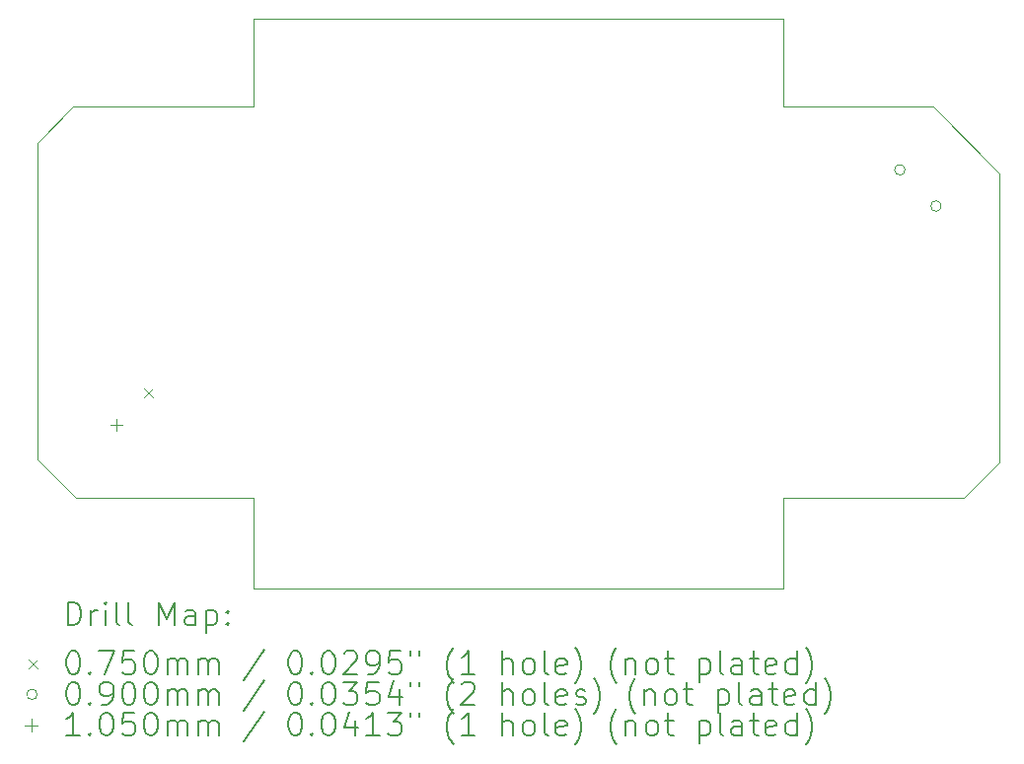
<source format=gbr>
%TF.GenerationSoftware,KiCad,Pcbnew,8.0.0*%
%TF.CreationDate,2024-02-28T09:47:08-08:00*%
%TF.ProjectId,SenseBarnacle,53656e73-6542-4617-926e-61636c652e6b,rev?*%
%TF.SameCoordinates,Original*%
%TF.FileFunction,Drillmap*%
%TF.FilePolarity,Positive*%
%FSLAX45Y45*%
G04 Gerber Fmt 4.5, Leading zero omitted, Abs format (unit mm)*
G04 Created by KiCad (PCBNEW 8.0.0) date 2024-02-28 09:47:08*
%MOMM*%
%LPD*%
G01*
G04 APERTURE LIST*
%ADD10C,0.050000*%
%ADD11C,0.120000*%
%ADD12C,0.200000*%
%ADD13C,0.100000*%
%ADD14C,0.105000*%
G04 APERTURE END LIST*
D10*
X5279720Y-2503500D02*
X3735400Y-2503500D01*
X11378260Y-5858840D02*
X11683060Y-5554040D01*
X9828860Y-5965520D02*
X9828860Y-5858840D01*
X11111560Y-2503500D02*
X11683060Y-3075000D01*
X5282260Y-5965520D02*
X5282260Y-5858840D01*
X3735400Y-2503500D02*
X3428060Y-2810840D01*
X3428060Y-2810840D02*
X3428060Y-5528640D01*
X5279720Y-2417140D02*
X5279720Y-2503500D01*
X9826320Y-2503500D02*
X11111560Y-2503500D01*
X9828860Y-5858840D02*
X11378260Y-5858840D01*
X11683060Y-3075000D02*
X11683060Y-5554040D01*
X3758260Y-5858840D02*
X3428060Y-5528640D01*
X5282260Y-5858840D02*
X3758260Y-5858840D01*
X9826320Y-2417140D02*
X9826320Y-2503500D01*
D11*
X5279720Y-1744040D02*
X5279720Y-2359940D01*
X5279720Y-2417140D02*
X5279720Y-2359940D01*
X9826320Y-1744040D02*
X5279720Y-1744040D01*
X9826320Y-2359940D02*
X9826320Y-1744040D01*
X9826320Y-2417140D02*
X9826320Y-2359940D01*
X5282260Y-5965520D02*
X5282260Y-6022720D01*
X5282260Y-6638620D02*
X5282260Y-6022720D01*
X9828860Y-5965520D02*
X9828860Y-6022720D01*
X9828860Y-6022720D02*
X9828860Y-6638620D01*
X9828860Y-6638620D02*
X5282260Y-6638620D01*
D12*
D13*
X4339478Y-4923222D02*
X4414478Y-4998222D01*
X4414478Y-4923222D02*
X4339478Y-4998222D01*
X10873319Y-3043454D02*
G75*
G02*
X10783319Y-3043454I-45000J0D01*
G01*
X10783319Y-3043454D02*
G75*
G02*
X10873319Y-3043454I45000J0D01*
G01*
X11184446Y-3354581D02*
G75*
G02*
X11094446Y-3354581I-45000J0D01*
G01*
X11094446Y-3354581D02*
G75*
G02*
X11184446Y-3354581I45000J0D01*
G01*
D14*
X4104742Y-5180458D02*
X4104742Y-5285458D01*
X4052242Y-5232958D02*
X4157242Y-5232958D01*
D12*
X3686337Y-6956104D02*
X3686337Y-6756104D01*
X3686337Y-6756104D02*
X3733956Y-6756104D01*
X3733956Y-6756104D02*
X3762527Y-6765628D01*
X3762527Y-6765628D02*
X3781575Y-6784675D01*
X3781575Y-6784675D02*
X3791099Y-6803723D01*
X3791099Y-6803723D02*
X3800622Y-6841818D01*
X3800622Y-6841818D02*
X3800622Y-6870389D01*
X3800622Y-6870389D02*
X3791099Y-6908485D01*
X3791099Y-6908485D02*
X3781575Y-6927532D01*
X3781575Y-6927532D02*
X3762527Y-6946580D01*
X3762527Y-6946580D02*
X3733956Y-6956104D01*
X3733956Y-6956104D02*
X3686337Y-6956104D01*
X3886337Y-6956104D02*
X3886337Y-6822770D01*
X3886337Y-6860866D02*
X3895860Y-6841818D01*
X3895860Y-6841818D02*
X3905384Y-6832294D01*
X3905384Y-6832294D02*
X3924432Y-6822770D01*
X3924432Y-6822770D02*
X3943480Y-6822770D01*
X4010146Y-6956104D02*
X4010146Y-6822770D01*
X4010146Y-6756104D02*
X4000622Y-6765628D01*
X4000622Y-6765628D02*
X4010146Y-6775151D01*
X4010146Y-6775151D02*
X4019670Y-6765628D01*
X4019670Y-6765628D02*
X4010146Y-6756104D01*
X4010146Y-6756104D02*
X4010146Y-6775151D01*
X4133956Y-6956104D02*
X4114908Y-6946580D01*
X4114908Y-6946580D02*
X4105384Y-6927532D01*
X4105384Y-6927532D02*
X4105384Y-6756104D01*
X4238718Y-6956104D02*
X4219670Y-6946580D01*
X4219670Y-6946580D02*
X4210146Y-6927532D01*
X4210146Y-6927532D02*
X4210146Y-6756104D01*
X4467289Y-6956104D02*
X4467289Y-6756104D01*
X4467289Y-6756104D02*
X4533956Y-6898961D01*
X4533956Y-6898961D02*
X4600622Y-6756104D01*
X4600622Y-6756104D02*
X4600622Y-6956104D01*
X4781575Y-6956104D02*
X4781575Y-6851342D01*
X4781575Y-6851342D02*
X4772051Y-6832294D01*
X4772051Y-6832294D02*
X4753003Y-6822770D01*
X4753003Y-6822770D02*
X4714908Y-6822770D01*
X4714908Y-6822770D02*
X4695861Y-6832294D01*
X4781575Y-6946580D02*
X4762527Y-6956104D01*
X4762527Y-6956104D02*
X4714908Y-6956104D01*
X4714908Y-6956104D02*
X4695861Y-6946580D01*
X4695861Y-6946580D02*
X4686337Y-6927532D01*
X4686337Y-6927532D02*
X4686337Y-6908485D01*
X4686337Y-6908485D02*
X4695861Y-6889437D01*
X4695861Y-6889437D02*
X4714908Y-6879913D01*
X4714908Y-6879913D02*
X4762527Y-6879913D01*
X4762527Y-6879913D02*
X4781575Y-6870389D01*
X4876813Y-6822770D02*
X4876813Y-7022770D01*
X4876813Y-6832294D02*
X4895861Y-6822770D01*
X4895861Y-6822770D02*
X4933956Y-6822770D01*
X4933956Y-6822770D02*
X4953003Y-6832294D01*
X4953003Y-6832294D02*
X4962527Y-6841818D01*
X4962527Y-6841818D02*
X4972051Y-6860866D01*
X4972051Y-6860866D02*
X4972051Y-6918008D01*
X4972051Y-6918008D02*
X4962527Y-6937056D01*
X4962527Y-6937056D02*
X4953003Y-6946580D01*
X4953003Y-6946580D02*
X4933956Y-6956104D01*
X4933956Y-6956104D02*
X4895861Y-6956104D01*
X4895861Y-6956104D02*
X4876813Y-6946580D01*
X5057765Y-6937056D02*
X5067289Y-6946580D01*
X5067289Y-6946580D02*
X5057765Y-6956104D01*
X5057765Y-6956104D02*
X5048242Y-6946580D01*
X5048242Y-6946580D02*
X5057765Y-6937056D01*
X5057765Y-6937056D02*
X5057765Y-6956104D01*
X5057765Y-6832294D02*
X5067289Y-6841818D01*
X5067289Y-6841818D02*
X5057765Y-6851342D01*
X5057765Y-6851342D02*
X5048242Y-6841818D01*
X5048242Y-6841818D02*
X5057765Y-6832294D01*
X5057765Y-6832294D02*
X5057765Y-6851342D01*
D13*
X3350560Y-7247120D02*
X3425560Y-7322120D01*
X3425560Y-7247120D02*
X3350560Y-7322120D01*
D12*
X3724432Y-7176104D02*
X3743480Y-7176104D01*
X3743480Y-7176104D02*
X3762527Y-7185628D01*
X3762527Y-7185628D02*
X3772051Y-7195151D01*
X3772051Y-7195151D02*
X3781575Y-7214199D01*
X3781575Y-7214199D02*
X3791099Y-7252294D01*
X3791099Y-7252294D02*
X3791099Y-7299913D01*
X3791099Y-7299913D02*
X3781575Y-7338008D01*
X3781575Y-7338008D02*
X3772051Y-7357056D01*
X3772051Y-7357056D02*
X3762527Y-7366580D01*
X3762527Y-7366580D02*
X3743480Y-7376104D01*
X3743480Y-7376104D02*
X3724432Y-7376104D01*
X3724432Y-7376104D02*
X3705384Y-7366580D01*
X3705384Y-7366580D02*
X3695860Y-7357056D01*
X3695860Y-7357056D02*
X3686337Y-7338008D01*
X3686337Y-7338008D02*
X3676813Y-7299913D01*
X3676813Y-7299913D02*
X3676813Y-7252294D01*
X3676813Y-7252294D02*
X3686337Y-7214199D01*
X3686337Y-7214199D02*
X3695860Y-7195151D01*
X3695860Y-7195151D02*
X3705384Y-7185628D01*
X3705384Y-7185628D02*
X3724432Y-7176104D01*
X3876813Y-7357056D02*
X3886337Y-7366580D01*
X3886337Y-7366580D02*
X3876813Y-7376104D01*
X3876813Y-7376104D02*
X3867289Y-7366580D01*
X3867289Y-7366580D02*
X3876813Y-7357056D01*
X3876813Y-7357056D02*
X3876813Y-7376104D01*
X3953003Y-7176104D02*
X4086337Y-7176104D01*
X4086337Y-7176104D02*
X4000622Y-7376104D01*
X4257765Y-7176104D02*
X4162527Y-7176104D01*
X4162527Y-7176104D02*
X4153003Y-7271342D01*
X4153003Y-7271342D02*
X4162527Y-7261818D01*
X4162527Y-7261818D02*
X4181575Y-7252294D01*
X4181575Y-7252294D02*
X4229194Y-7252294D01*
X4229194Y-7252294D02*
X4248242Y-7261818D01*
X4248242Y-7261818D02*
X4257765Y-7271342D01*
X4257765Y-7271342D02*
X4267289Y-7290389D01*
X4267289Y-7290389D02*
X4267289Y-7338008D01*
X4267289Y-7338008D02*
X4257765Y-7357056D01*
X4257765Y-7357056D02*
X4248242Y-7366580D01*
X4248242Y-7366580D02*
X4229194Y-7376104D01*
X4229194Y-7376104D02*
X4181575Y-7376104D01*
X4181575Y-7376104D02*
X4162527Y-7366580D01*
X4162527Y-7366580D02*
X4153003Y-7357056D01*
X4391099Y-7176104D02*
X4410146Y-7176104D01*
X4410146Y-7176104D02*
X4429194Y-7185628D01*
X4429194Y-7185628D02*
X4438718Y-7195151D01*
X4438718Y-7195151D02*
X4448242Y-7214199D01*
X4448242Y-7214199D02*
X4457765Y-7252294D01*
X4457765Y-7252294D02*
X4457765Y-7299913D01*
X4457765Y-7299913D02*
X4448242Y-7338008D01*
X4448242Y-7338008D02*
X4438718Y-7357056D01*
X4438718Y-7357056D02*
X4429194Y-7366580D01*
X4429194Y-7366580D02*
X4410146Y-7376104D01*
X4410146Y-7376104D02*
X4391099Y-7376104D01*
X4391099Y-7376104D02*
X4372051Y-7366580D01*
X4372051Y-7366580D02*
X4362527Y-7357056D01*
X4362527Y-7357056D02*
X4353003Y-7338008D01*
X4353003Y-7338008D02*
X4343480Y-7299913D01*
X4343480Y-7299913D02*
X4343480Y-7252294D01*
X4343480Y-7252294D02*
X4353003Y-7214199D01*
X4353003Y-7214199D02*
X4362527Y-7195151D01*
X4362527Y-7195151D02*
X4372051Y-7185628D01*
X4372051Y-7185628D02*
X4391099Y-7176104D01*
X4543480Y-7376104D02*
X4543480Y-7242770D01*
X4543480Y-7261818D02*
X4553003Y-7252294D01*
X4553003Y-7252294D02*
X4572051Y-7242770D01*
X4572051Y-7242770D02*
X4600623Y-7242770D01*
X4600623Y-7242770D02*
X4619670Y-7252294D01*
X4619670Y-7252294D02*
X4629194Y-7271342D01*
X4629194Y-7271342D02*
X4629194Y-7376104D01*
X4629194Y-7271342D02*
X4638718Y-7252294D01*
X4638718Y-7252294D02*
X4657765Y-7242770D01*
X4657765Y-7242770D02*
X4686337Y-7242770D01*
X4686337Y-7242770D02*
X4705384Y-7252294D01*
X4705384Y-7252294D02*
X4714908Y-7271342D01*
X4714908Y-7271342D02*
X4714908Y-7376104D01*
X4810146Y-7376104D02*
X4810146Y-7242770D01*
X4810146Y-7261818D02*
X4819670Y-7252294D01*
X4819670Y-7252294D02*
X4838718Y-7242770D01*
X4838718Y-7242770D02*
X4867289Y-7242770D01*
X4867289Y-7242770D02*
X4886337Y-7252294D01*
X4886337Y-7252294D02*
X4895861Y-7271342D01*
X4895861Y-7271342D02*
X4895861Y-7376104D01*
X4895861Y-7271342D02*
X4905384Y-7252294D01*
X4905384Y-7252294D02*
X4924432Y-7242770D01*
X4924432Y-7242770D02*
X4953003Y-7242770D01*
X4953003Y-7242770D02*
X4972051Y-7252294D01*
X4972051Y-7252294D02*
X4981575Y-7271342D01*
X4981575Y-7271342D02*
X4981575Y-7376104D01*
X5372051Y-7166580D02*
X5200623Y-7423723D01*
X5629194Y-7176104D02*
X5648242Y-7176104D01*
X5648242Y-7176104D02*
X5667289Y-7185628D01*
X5667289Y-7185628D02*
X5676813Y-7195151D01*
X5676813Y-7195151D02*
X5686337Y-7214199D01*
X5686337Y-7214199D02*
X5695861Y-7252294D01*
X5695861Y-7252294D02*
X5695861Y-7299913D01*
X5695861Y-7299913D02*
X5686337Y-7338008D01*
X5686337Y-7338008D02*
X5676813Y-7357056D01*
X5676813Y-7357056D02*
X5667289Y-7366580D01*
X5667289Y-7366580D02*
X5648242Y-7376104D01*
X5648242Y-7376104D02*
X5629194Y-7376104D01*
X5629194Y-7376104D02*
X5610146Y-7366580D01*
X5610146Y-7366580D02*
X5600623Y-7357056D01*
X5600623Y-7357056D02*
X5591099Y-7338008D01*
X5591099Y-7338008D02*
X5581575Y-7299913D01*
X5581575Y-7299913D02*
X5581575Y-7252294D01*
X5581575Y-7252294D02*
X5591099Y-7214199D01*
X5591099Y-7214199D02*
X5600623Y-7195151D01*
X5600623Y-7195151D02*
X5610146Y-7185628D01*
X5610146Y-7185628D02*
X5629194Y-7176104D01*
X5781575Y-7357056D02*
X5791099Y-7366580D01*
X5791099Y-7366580D02*
X5781575Y-7376104D01*
X5781575Y-7376104D02*
X5772051Y-7366580D01*
X5772051Y-7366580D02*
X5781575Y-7357056D01*
X5781575Y-7357056D02*
X5781575Y-7376104D01*
X5914908Y-7176104D02*
X5933956Y-7176104D01*
X5933956Y-7176104D02*
X5953004Y-7185628D01*
X5953004Y-7185628D02*
X5962527Y-7195151D01*
X5962527Y-7195151D02*
X5972051Y-7214199D01*
X5972051Y-7214199D02*
X5981575Y-7252294D01*
X5981575Y-7252294D02*
X5981575Y-7299913D01*
X5981575Y-7299913D02*
X5972051Y-7338008D01*
X5972051Y-7338008D02*
X5962527Y-7357056D01*
X5962527Y-7357056D02*
X5953004Y-7366580D01*
X5953004Y-7366580D02*
X5933956Y-7376104D01*
X5933956Y-7376104D02*
X5914908Y-7376104D01*
X5914908Y-7376104D02*
X5895861Y-7366580D01*
X5895861Y-7366580D02*
X5886337Y-7357056D01*
X5886337Y-7357056D02*
X5876813Y-7338008D01*
X5876813Y-7338008D02*
X5867289Y-7299913D01*
X5867289Y-7299913D02*
X5867289Y-7252294D01*
X5867289Y-7252294D02*
X5876813Y-7214199D01*
X5876813Y-7214199D02*
X5886337Y-7195151D01*
X5886337Y-7195151D02*
X5895861Y-7185628D01*
X5895861Y-7185628D02*
X5914908Y-7176104D01*
X6057765Y-7195151D02*
X6067289Y-7185628D01*
X6067289Y-7185628D02*
X6086337Y-7176104D01*
X6086337Y-7176104D02*
X6133956Y-7176104D01*
X6133956Y-7176104D02*
X6153004Y-7185628D01*
X6153004Y-7185628D02*
X6162527Y-7195151D01*
X6162527Y-7195151D02*
X6172051Y-7214199D01*
X6172051Y-7214199D02*
X6172051Y-7233247D01*
X6172051Y-7233247D02*
X6162527Y-7261818D01*
X6162527Y-7261818D02*
X6048242Y-7376104D01*
X6048242Y-7376104D02*
X6172051Y-7376104D01*
X6267289Y-7376104D02*
X6305384Y-7376104D01*
X6305384Y-7376104D02*
X6324432Y-7366580D01*
X6324432Y-7366580D02*
X6333956Y-7357056D01*
X6333956Y-7357056D02*
X6353004Y-7328485D01*
X6353004Y-7328485D02*
X6362527Y-7290389D01*
X6362527Y-7290389D02*
X6362527Y-7214199D01*
X6362527Y-7214199D02*
X6353004Y-7195151D01*
X6353004Y-7195151D02*
X6343480Y-7185628D01*
X6343480Y-7185628D02*
X6324432Y-7176104D01*
X6324432Y-7176104D02*
X6286337Y-7176104D01*
X6286337Y-7176104D02*
X6267289Y-7185628D01*
X6267289Y-7185628D02*
X6257765Y-7195151D01*
X6257765Y-7195151D02*
X6248242Y-7214199D01*
X6248242Y-7214199D02*
X6248242Y-7261818D01*
X6248242Y-7261818D02*
X6257765Y-7280866D01*
X6257765Y-7280866D02*
X6267289Y-7290389D01*
X6267289Y-7290389D02*
X6286337Y-7299913D01*
X6286337Y-7299913D02*
X6324432Y-7299913D01*
X6324432Y-7299913D02*
X6343480Y-7290389D01*
X6343480Y-7290389D02*
X6353004Y-7280866D01*
X6353004Y-7280866D02*
X6362527Y-7261818D01*
X6543480Y-7176104D02*
X6448242Y-7176104D01*
X6448242Y-7176104D02*
X6438718Y-7271342D01*
X6438718Y-7271342D02*
X6448242Y-7261818D01*
X6448242Y-7261818D02*
X6467289Y-7252294D01*
X6467289Y-7252294D02*
X6514908Y-7252294D01*
X6514908Y-7252294D02*
X6533956Y-7261818D01*
X6533956Y-7261818D02*
X6543480Y-7271342D01*
X6543480Y-7271342D02*
X6553004Y-7290389D01*
X6553004Y-7290389D02*
X6553004Y-7338008D01*
X6553004Y-7338008D02*
X6543480Y-7357056D01*
X6543480Y-7357056D02*
X6533956Y-7366580D01*
X6533956Y-7366580D02*
X6514908Y-7376104D01*
X6514908Y-7376104D02*
X6467289Y-7376104D01*
X6467289Y-7376104D02*
X6448242Y-7366580D01*
X6448242Y-7366580D02*
X6438718Y-7357056D01*
X6629194Y-7176104D02*
X6629194Y-7214199D01*
X6705385Y-7176104D02*
X6705385Y-7214199D01*
X7000623Y-7452294D02*
X6991099Y-7442770D01*
X6991099Y-7442770D02*
X6972051Y-7414199D01*
X6972051Y-7414199D02*
X6962527Y-7395151D01*
X6962527Y-7395151D02*
X6953004Y-7366580D01*
X6953004Y-7366580D02*
X6943480Y-7318961D01*
X6943480Y-7318961D02*
X6943480Y-7280866D01*
X6943480Y-7280866D02*
X6953004Y-7233247D01*
X6953004Y-7233247D02*
X6962527Y-7204675D01*
X6962527Y-7204675D02*
X6972051Y-7185628D01*
X6972051Y-7185628D02*
X6991099Y-7157056D01*
X6991099Y-7157056D02*
X7000623Y-7147532D01*
X7181575Y-7376104D02*
X7067289Y-7376104D01*
X7124432Y-7376104D02*
X7124432Y-7176104D01*
X7124432Y-7176104D02*
X7105385Y-7204675D01*
X7105385Y-7204675D02*
X7086337Y-7223723D01*
X7086337Y-7223723D02*
X7067289Y-7233247D01*
X7419670Y-7376104D02*
X7419670Y-7176104D01*
X7505385Y-7376104D02*
X7505385Y-7271342D01*
X7505385Y-7271342D02*
X7495861Y-7252294D01*
X7495861Y-7252294D02*
X7476813Y-7242770D01*
X7476813Y-7242770D02*
X7448242Y-7242770D01*
X7448242Y-7242770D02*
X7429194Y-7252294D01*
X7429194Y-7252294D02*
X7419670Y-7261818D01*
X7629194Y-7376104D02*
X7610147Y-7366580D01*
X7610147Y-7366580D02*
X7600623Y-7357056D01*
X7600623Y-7357056D02*
X7591099Y-7338008D01*
X7591099Y-7338008D02*
X7591099Y-7280866D01*
X7591099Y-7280866D02*
X7600623Y-7261818D01*
X7600623Y-7261818D02*
X7610147Y-7252294D01*
X7610147Y-7252294D02*
X7629194Y-7242770D01*
X7629194Y-7242770D02*
X7657766Y-7242770D01*
X7657766Y-7242770D02*
X7676813Y-7252294D01*
X7676813Y-7252294D02*
X7686337Y-7261818D01*
X7686337Y-7261818D02*
X7695861Y-7280866D01*
X7695861Y-7280866D02*
X7695861Y-7338008D01*
X7695861Y-7338008D02*
X7686337Y-7357056D01*
X7686337Y-7357056D02*
X7676813Y-7366580D01*
X7676813Y-7366580D02*
X7657766Y-7376104D01*
X7657766Y-7376104D02*
X7629194Y-7376104D01*
X7810147Y-7376104D02*
X7791099Y-7366580D01*
X7791099Y-7366580D02*
X7781575Y-7347532D01*
X7781575Y-7347532D02*
X7781575Y-7176104D01*
X7962528Y-7366580D02*
X7943480Y-7376104D01*
X7943480Y-7376104D02*
X7905385Y-7376104D01*
X7905385Y-7376104D02*
X7886337Y-7366580D01*
X7886337Y-7366580D02*
X7876813Y-7347532D01*
X7876813Y-7347532D02*
X7876813Y-7271342D01*
X7876813Y-7271342D02*
X7886337Y-7252294D01*
X7886337Y-7252294D02*
X7905385Y-7242770D01*
X7905385Y-7242770D02*
X7943480Y-7242770D01*
X7943480Y-7242770D02*
X7962528Y-7252294D01*
X7962528Y-7252294D02*
X7972051Y-7271342D01*
X7972051Y-7271342D02*
X7972051Y-7290389D01*
X7972051Y-7290389D02*
X7876813Y-7309437D01*
X8038718Y-7452294D02*
X8048242Y-7442770D01*
X8048242Y-7442770D02*
X8067289Y-7414199D01*
X8067289Y-7414199D02*
X8076813Y-7395151D01*
X8076813Y-7395151D02*
X8086337Y-7366580D01*
X8086337Y-7366580D02*
X8095861Y-7318961D01*
X8095861Y-7318961D02*
X8095861Y-7280866D01*
X8095861Y-7280866D02*
X8086337Y-7233247D01*
X8086337Y-7233247D02*
X8076813Y-7204675D01*
X8076813Y-7204675D02*
X8067289Y-7185628D01*
X8067289Y-7185628D02*
X8048242Y-7157056D01*
X8048242Y-7157056D02*
X8038718Y-7147532D01*
X8400623Y-7452294D02*
X8391099Y-7442770D01*
X8391099Y-7442770D02*
X8372051Y-7414199D01*
X8372051Y-7414199D02*
X8362528Y-7395151D01*
X8362528Y-7395151D02*
X8353004Y-7366580D01*
X8353004Y-7366580D02*
X8343480Y-7318961D01*
X8343480Y-7318961D02*
X8343480Y-7280866D01*
X8343480Y-7280866D02*
X8353004Y-7233247D01*
X8353004Y-7233247D02*
X8362528Y-7204675D01*
X8362528Y-7204675D02*
X8372051Y-7185628D01*
X8372051Y-7185628D02*
X8391099Y-7157056D01*
X8391099Y-7157056D02*
X8400623Y-7147532D01*
X8476813Y-7242770D02*
X8476813Y-7376104D01*
X8476813Y-7261818D02*
X8486337Y-7252294D01*
X8486337Y-7252294D02*
X8505385Y-7242770D01*
X8505385Y-7242770D02*
X8533956Y-7242770D01*
X8533956Y-7242770D02*
X8553004Y-7252294D01*
X8553004Y-7252294D02*
X8562528Y-7271342D01*
X8562528Y-7271342D02*
X8562528Y-7376104D01*
X8686337Y-7376104D02*
X8667290Y-7366580D01*
X8667290Y-7366580D02*
X8657766Y-7357056D01*
X8657766Y-7357056D02*
X8648242Y-7338008D01*
X8648242Y-7338008D02*
X8648242Y-7280866D01*
X8648242Y-7280866D02*
X8657766Y-7261818D01*
X8657766Y-7261818D02*
X8667290Y-7252294D01*
X8667290Y-7252294D02*
X8686337Y-7242770D01*
X8686337Y-7242770D02*
X8714909Y-7242770D01*
X8714909Y-7242770D02*
X8733956Y-7252294D01*
X8733956Y-7252294D02*
X8743480Y-7261818D01*
X8743480Y-7261818D02*
X8753004Y-7280866D01*
X8753004Y-7280866D02*
X8753004Y-7338008D01*
X8753004Y-7338008D02*
X8743480Y-7357056D01*
X8743480Y-7357056D02*
X8733956Y-7366580D01*
X8733956Y-7366580D02*
X8714909Y-7376104D01*
X8714909Y-7376104D02*
X8686337Y-7376104D01*
X8810147Y-7242770D02*
X8886337Y-7242770D01*
X8838718Y-7176104D02*
X8838718Y-7347532D01*
X8838718Y-7347532D02*
X8848242Y-7366580D01*
X8848242Y-7366580D02*
X8867290Y-7376104D01*
X8867290Y-7376104D02*
X8886337Y-7376104D01*
X9105385Y-7242770D02*
X9105385Y-7442770D01*
X9105385Y-7252294D02*
X9124432Y-7242770D01*
X9124432Y-7242770D02*
X9162528Y-7242770D01*
X9162528Y-7242770D02*
X9181575Y-7252294D01*
X9181575Y-7252294D02*
X9191099Y-7261818D01*
X9191099Y-7261818D02*
X9200623Y-7280866D01*
X9200623Y-7280866D02*
X9200623Y-7338008D01*
X9200623Y-7338008D02*
X9191099Y-7357056D01*
X9191099Y-7357056D02*
X9181575Y-7366580D01*
X9181575Y-7366580D02*
X9162528Y-7376104D01*
X9162528Y-7376104D02*
X9124432Y-7376104D01*
X9124432Y-7376104D02*
X9105385Y-7366580D01*
X9314909Y-7376104D02*
X9295861Y-7366580D01*
X9295861Y-7366580D02*
X9286337Y-7347532D01*
X9286337Y-7347532D02*
X9286337Y-7176104D01*
X9476813Y-7376104D02*
X9476813Y-7271342D01*
X9476813Y-7271342D02*
X9467290Y-7252294D01*
X9467290Y-7252294D02*
X9448242Y-7242770D01*
X9448242Y-7242770D02*
X9410147Y-7242770D01*
X9410147Y-7242770D02*
X9391099Y-7252294D01*
X9476813Y-7366580D02*
X9457766Y-7376104D01*
X9457766Y-7376104D02*
X9410147Y-7376104D01*
X9410147Y-7376104D02*
X9391099Y-7366580D01*
X9391099Y-7366580D02*
X9381575Y-7347532D01*
X9381575Y-7347532D02*
X9381575Y-7328485D01*
X9381575Y-7328485D02*
X9391099Y-7309437D01*
X9391099Y-7309437D02*
X9410147Y-7299913D01*
X9410147Y-7299913D02*
X9457766Y-7299913D01*
X9457766Y-7299913D02*
X9476813Y-7290389D01*
X9543480Y-7242770D02*
X9619671Y-7242770D01*
X9572052Y-7176104D02*
X9572052Y-7347532D01*
X9572052Y-7347532D02*
X9581575Y-7366580D01*
X9581575Y-7366580D02*
X9600623Y-7376104D01*
X9600623Y-7376104D02*
X9619671Y-7376104D01*
X9762528Y-7366580D02*
X9743480Y-7376104D01*
X9743480Y-7376104D02*
X9705385Y-7376104D01*
X9705385Y-7376104D02*
X9686337Y-7366580D01*
X9686337Y-7366580D02*
X9676813Y-7347532D01*
X9676813Y-7347532D02*
X9676813Y-7271342D01*
X9676813Y-7271342D02*
X9686337Y-7252294D01*
X9686337Y-7252294D02*
X9705385Y-7242770D01*
X9705385Y-7242770D02*
X9743480Y-7242770D01*
X9743480Y-7242770D02*
X9762528Y-7252294D01*
X9762528Y-7252294D02*
X9772052Y-7271342D01*
X9772052Y-7271342D02*
X9772052Y-7290389D01*
X9772052Y-7290389D02*
X9676813Y-7309437D01*
X9943480Y-7376104D02*
X9943480Y-7176104D01*
X9943480Y-7366580D02*
X9924433Y-7376104D01*
X9924433Y-7376104D02*
X9886337Y-7376104D01*
X9886337Y-7376104D02*
X9867290Y-7366580D01*
X9867290Y-7366580D02*
X9857766Y-7357056D01*
X9857766Y-7357056D02*
X9848242Y-7338008D01*
X9848242Y-7338008D02*
X9848242Y-7280866D01*
X9848242Y-7280866D02*
X9857766Y-7261818D01*
X9857766Y-7261818D02*
X9867290Y-7252294D01*
X9867290Y-7252294D02*
X9886337Y-7242770D01*
X9886337Y-7242770D02*
X9924433Y-7242770D01*
X9924433Y-7242770D02*
X9943480Y-7252294D01*
X10019671Y-7452294D02*
X10029194Y-7442770D01*
X10029194Y-7442770D02*
X10048242Y-7414199D01*
X10048242Y-7414199D02*
X10057766Y-7395151D01*
X10057766Y-7395151D02*
X10067290Y-7366580D01*
X10067290Y-7366580D02*
X10076813Y-7318961D01*
X10076813Y-7318961D02*
X10076813Y-7280866D01*
X10076813Y-7280866D02*
X10067290Y-7233247D01*
X10067290Y-7233247D02*
X10057766Y-7204675D01*
X10057766Y-7204675D02*
X10048242Y-7185628D01*
X10048242Y-7185628D02*
X10029194Y-7157056D01*
X10029194Y-7157056D02*
X10019671Y-7147532D01*
D13*
X3425560Y-7548620D02*
G75*
G02*
X3335560Y-7548620I-45000J0D01*
G01*
X3335560Y-7548620D02*
G75*
G02*
X3425560Y-7548620I45000J0D01*
G01*
D12*
X3724432Y-7440104D02*
X3743480Y-7440104D01*
X3743480Y-7440104D02*
X3762527Y-7449628D01*
X3762527Y-7449628D02*
X3772051Y-7459151D01*
X3772051Y-7459151D02*
X3781575Y-7478199D01*
X3781575Y-7478199D02*
X3791099Y-7516294D01*
X3791099Y-7516294D02*
X3791099Y-7563913D01*
X3791099Y-7563913D02*
X3781575Y-7602008D01*
X3781575Y-7602008D02*
X3772051Y-7621056D01*
X3772051Y-7621056D02*
X3762527Y-7630580D01*
X3762527Y-7630580D02*
X3743480Y-7640104D01*
X3743480Y-7640104D02*
X3724432Y-7640104D01*
X3724432Y-7640104D02*
X3705384Y-7630580D01*
X3705384Y-7630580D02*
X3695860Y-7621056D01*
X3695860Y-7621056D02*
X3686337Y-7602008D01*
X3686337Y-7602008D02*
X3676813Y-7563913D01*
X3676813Y-7563913D02*
X3676813Y-7516294D01*
X3676813Y-7516294D02*
X3686337Y-7478199D01*
X3686337Y-7478199D02*
X3695860Y-7459151D01*
X3695860Y-7459151D02*
X3705384Y-7449628D01*
X3705384Y-7449628D02*
X3724432Y-7440104D01*
X3876813Y-7621056D02*
X3886337Y-7630580D01*
X3886337Y-7630580D02*
X3876813Y-7640104D01*
X3876813Y-7640104D02*
X3867289Y-7630580D01*
X3867289Y-7630580D02*
X3876813Y-7621056D01*
X3876813Y-7621056D02*
X3876813Y-7640104D01*
X3981575Y-7640104D02*
X4019670Y-7640104D01*
X4019670Y-7640104D02*
X4038718Y-7630580D01*
X4038718Y-7630580D02*
X4048241Y-7621056D01*
X4048241Y-7621056D02*
X4067289Y-7592485D01*
X4067289Y-7592485D02*
X4076813Y-7554389D01*
X4076813Y-7554389D02*
X4076813Y-7478199D01*
X4076813Y-7478199D02*
X4067289Y-7459151D01*
X4067289Y-7459151D02*
X4057765Y-7449628D01*
X4057765Y-7449628D02*
X4038718Y-7440104D01*
X4038718Y-7440104D02*
X4000622Y-7440104D01*
X4000622Y-7440104D02*
X3981575Y-7449628D01*
X3981575Y-7449628D02*
X3972051Y-7459151D01*
X3972051Y-7459151D02*
X3962527Y-7478199D01*
X3962527Y-7478199D02*
X3962527Y-7525818D01*
X3962527Y-7525818D02*
X3972051Y-7544866D01*
X3972051Y-7544866D02*
X3981575Y-7554389D01*
X3981575Y-7554389D02*
X4000622Y-7563913D01*
X4000622Y-7563913D02*
X4038718Y-7563913D01*
X4038718Y-7563913D02*
X4057765Y-7554389D01*
X4057765Y-7554389D02*
X4067289Y-7544866D01*
X4067289Y-7544866D02*
X4076813Y-7525818D01*
X4200622Y-7440104D02*
X4219670Y-7440104D01*
X4219670Y-7440104D02*
X4238718Y-7449628D01*
X4238718Y-7449628D02*
X4248242Y-7459151D01*
X4248242Y-7459151D02*
X4257765Y-7478199D01*
X4257765Y-7478199D02*
X4267289Y-7516294D01*
X4267289Y-7516294D02*
X4267289Y-7563913D01*
X4267289Y-7563913D02*
X4257765Y-7602008D01*
X4257765Y-7602008D02*
X4248242Y-7621056D01*
X4248242Y-7621056D02*
X4238718Y-7630580D01*
X4238718Y-7630580D02*
X4219670Y-7640104D01*
X4219670Y-7640104D02*
X4200622Y-7640104D01*
X4200622Y-7640104D02*
X4181575Y-7630580D01*
X4181575Y-7630580D02*
X4172051Y-7621056D01*
X4172051Y-7621056D02*
X4162527Y-7602008D01*
X4162527Y-7602008D02*
X4153003Y-7563913D01*
X4153003Y-7563913D02*
X4153003Y-7516294D01*
X4153003Y-7516294D02*
X4162527Y-7478199D01*
X4162527Y-7478199D02*
X4172051Y-7459151D01*
X4172051Y-7459151D02*
X4181575Y-7449628D01*
X4181575Y-7449628D02*
X4200622Y-7440104D01*
X4391099Y-7440104D02*
X4410146Y-7440104D01*
X4410146Y-7440104D02*
X4429194Y-7449628D01*
X4429194Y-7449628D02*
X4438718Y-7459151D01*
X4438718Y-7459151D02*
X4448242Y-7478199D01*
X4448242Y-7478199D02*
X4457765Y-7516294D01*
X4457765Y-7516294D02*
X4457765Y-7563913D01*
X4457765Y-7563913D02*
X4448242Y-7602008D01*
X4448242Y-7602008D02*
X4438718Y-7621056D01*
X4438718Y-7621056D02*
X4429194Y-7630580D01*
X4429194Y-7630580D02*
X4410146Y-7640104D01*
X4410146Y-7640104D02*
X4391099Y-7640104D01*
X4391099Y-7640104D02*
X4372051Y-7630580D01*
X4372051Y-7630580D02*
X4362527Y-7621056D01*
X4362527Y-7621056D02*
X4353003Y-7602008D01*
X4353003Y-7602008D02*
X4343480Y-7563913D01*
X4343480Y-7563913D02*
X4343480Y-7516294D01*
X4343480Y-7516294D02*
X4353003Y-7478199D01*
X4353003Y-7478199D02*
X4362527Y-7459151D01*
X4362527Y-7459151D02*
X4372051Y-7449628D01*
X4372051Y-7449628D02*
X4391099Y-7440104D01*
X4543480Y-7640104D02*
X4543480Y-7506770D01*
X4543480Y-7525818D02*
X4553003Y-7516294D01*
X4553003Y-7516294D02*
X4572051Y-7506770D01*
X4572051Y-7506770D02*
X4600623Y-7506770D01*
X4600623Y-7506770D02*
X4619670Y-7516294D01*
X4619670Y-7516294D02*
X4629194Y-7535342D01*
X4629194Y-7535342D02*
X4629194Y-7640104D01*
X4629194Y-7535342D02*
X4638718Y-7516294D01*
X4638718Y-7516294D02*
X4657765Y-7506770D01*
X4657765Y-7506770D02*
X4686337Y-7506770D01*
X4686337Y-7506770D02*
X4705384Y-7516294D01*
X4705384Y-7516294D02*
X4714908Y-7535342D01*
X4714908Y-7535342D02*
X4714908Y-7640104D01*
X4810146Y-7640104D02*
X4810146Y-7506770D01*
X4810146Y-7525818D02*
X4819670Y-7516294D01*
X4819670Y-7516294D02*
X4838718Y-7506770D01*
X4838718Y-7506770D02*
X4867289Y-7506770D01*
X4867289Y-7506770D02*
X4886337Y-7516294D01*
X4886337Y-7516294D02*
X4895861Y-7535342D01*
X4895861Y-7535342D02*
X4895861Y-7640104D01*
X4895861Y-7535342D02*
X4905384Y-7516294D01*
X4905384Y-7516294D02*
X4924432Y-7506770D01*
X4924432Y-7506770D02*
X4953003Y-7506770D01*
X4953003Y-7506770D02*
X4972051Y-7516294D01*
X4972051Y-7516294D02*
X4981575Y-7535342D01*
X4981575Y-7535342D02*
X4981575Y-7640104D01*
X5372051Y-7430580D02*
X5200623Y-7687723D01*
X5629194Y-7440104D02*
X5648242Y-7440104D01*
X5648242Y-7440104D02*
X5667289Y-7449628D01*
X5667289Y-7449628D02*
X5676813Y-7459151D01*
X5676813Y-7459151D02*
X5686337Y-7478199D01*
X5686337Y-7478199D02*
X5695861Y-7516294D01*
X5695861Y-7516294D02*
X5695861Y-7563913D01*
X5695861Y-7563913D02*
X5686337Y-7602008D01*
X5686337Y-7602008D02*
X5676813Y-7621056D01*
X5676813Y-7621056D02*
X5667289Y-7630580D01*
X5667289Y-7630580D02*
X5648242Y-7640104D01*
X5648242Y-7640104D02*
X5629194Y-7640104D01*
X5629194Y-7640104D02*
X5610146Y-7630580D01*
X5610146Y-7630580D02*
X5600623Y-7621056D01*
X5600623Y-7621056D02*
X5591099Y-7602008D01*
X5591099Y-7602008D02*
X5581575Y-7563913D01*
X5581575Y-7563913D02*
X5581575Y-7516294D01*
X5581575Y-7516294D02*
X5591099Y-7478199D01*
X5591099Y-7478199D02*
X5600623Y-7459151D01*
X5600623Y-7459151D02*
X5610146Y-7449628D01*
X5610146Y-7449628D02*
X5629194Y-7440104D01*
X5781575Y-7621056D02*
X5791099Y-7630580D01*
X5791099Y-7630580D02*
X5781575Y-7640104D01*
X5781575Y-7640104D02*
X5772051Y-7630580D01*
X5772051Y-7630580D02*
X5781575Y-7621056D01*
X5781575Y-7621056D02*
X5781575Y-7640104D01*
X5914908Y-7440104D02*
X5933956Y-7440104D01*
X5933956Y-7440104D02*
X5953004Y-7449628D01*
X5953004Y-7449628D02*
X5962527Y-7459151D01*
X5962527Y-7459151D02*
X5972051Y-7478199D01*
X5972051Y-7478199D02*
X5981575Y-7516294D01*
X5981575Y-7516294D02*
X5981575Y-7563913D01*
X5981575Y-7563913D02*
X5972051Y-7602008D01*
X5972051Y-7602008D02*
X5962527Y-7621056D01*
X5962527Y-7621056D02*
X5953004Y-7630580D01*
X5953004Y-7630580D02*
X5933956Y-7640104D01*
X5933956Y-7640104D02*
X5914908Y-7640104D01*
X5914908Y-7640104D02*
X5895861Y-7630580D01*
X5895861Y-7630580D02*
X5886337Y-7621056D01*
X5886337Y-7621056D02*
X5876813Y-7602008D01*
X5876813Y-7602008D02*
X5867289Y-7563913D01*
X5867289Y-7563913D02*
X5867289Y-7516294D01*
X5867289Y-7516294D02*
X5876813Y-7478199D01*
X5876813Y-7478199D02*
X5886337Y-7459151D01*
X5886337Y-7459151D02*
X5895861Y-7449628D01*
X5895861Y-7449628D02*
X5914908Y-7440104D01*
X6048242Y-7440104D02*
X6172051Y-7440104D01*
X6172051Y-7440104D02*
X6105384Y-7516294D01*
X6105384Y-7516294D02*
X6133956Y-7516294D01*
X6133956Y-7516294D02*
X6153004Y-7525818D01*
X6153004Y-7525818D02*
X6162527Y-7535342D01*
X6162527Y-7535342D02*
X6172051Y-7554389D01*
X6172051Y-7554389D02*
X6172051Y-7602008D01*
X6172051Y-7602008D02*
X6162527Y-7621056D01*
X6162527Y-7621056D02*
X6153004Y-7630580D01*
X6153004Y-7630580D02*
X6133956Y-7640104D01*
X6133956Y-7640104D02*
X6076813Y-7640104D01*
X6076813Y-7640104D02*
X6057765Y-7630580D01*
X6057765Y-7630580D02*
X6048242Y-7621056D01*
X6353004Y-7440104D02*
X6257765Y-7440104D01*
X6257765Y-7440104D02*
X6248242Y-7535342D01*
X6248242Y-7535342D02*
X6257765Y-7525818D01*
X6257765Y-7525818D02*
X6276813Y-7516294D01*
X6276813Y-7516294D02*
X6324432Y-7516294D01*
X6324432Y-7516294D02*
X6343480Y-7525818D01*
X6343480Y-7525818D02*
X6353004Y-7535342D01*
X6353004Y-7535342D02*
X6362527Y-7554389D01*
X6362527Y-7554389D02*
X6362527Y-7602008D01*
X6362527Y-7602008D02*
X6353004Y-7621056D01*
X6353004Y-7621056D02*
X6343480Y-7630580D01*
X6343480Y-7630580D02*
X6324432Y-7640104D01*
X6324432Y-7640104D02*
X6276813Y-7640104D01*
X6276813Y-7640104D02*
X6257765Y-7630580D01*
X6257765Y-7630580D02*
X6248242Y-7621056D01*
X6533956Y-7506770D02*
X6533956Y-7640104D01*
X6486337Y-7430580D02*
X6438718Y-7573437D01*
X6438718Y-7573437D02*
X6562527Y-7573437D01*
X6629194Y-7440104D02*
X6629194Y-7478199D01*
X6705385Y-7440104D02*
X6705385Y-7478199D01*
X7000623Y-7716294D02*
X6991099Y-7706770D01*
X6991099Y-7706770D02*
X6972051Y-7678199D01*
X6972051Y-7678199D02*
X6962527Y-7659151D01*
X6962527Y-7659151D02*
X6953004Y-7630580D01*
X6953004Y-7630580D02*
X6943480Y-7582961D01*
X6943480Y-7582961D02*
X6943480Y-7544866D01*
X6943480Y-7544866D02*
X6953004Y-7497247D01*
X6953004Y-7497247D02*
X6962527Y-7468675D01*
X6962527Y-7468675D02*
X6972051Y-7449628D01*
X6972051Y-7449628D02*
X6991099Y-7421056D01*
X6991099Y-7421056D02*
X7000623Y-7411532D01*
X7067289Y-7459151D02*
X7076813Y-7449628D01*
X7076813Y-7449628D02*
X7095861Y-7440104D01*
X7095861Y-7440104D02*
X7143480Y-7440104D01*
X7143480Y-7440104D02*
X7162527Y-7449628D01*
X7162527Y-7449628D02*
X7172051Y-7459151D01*
X7172051Y-7459151D02*
X7181575Y-7478199D01*
X7181575Y-7478199D02*
X7181575Y-7497247D01*
X7181575Y-7497247D02*
X7172051Y-7525818D01*
X7172051Y-7525818D02*
X7057766Y-7640104D01*
X7057766Y-7640104D02*
X7181575Y-7640104D01*
X7419670Y-7640104D02*
X7419670Y-7440104D01*
X7505385Y-7640104D02*
X7505385Y-7535342D01*
X7505385Y-7535342D02*
X7495861Y-7516294D01*
X7495861Y-7516294D02*
X7476813Y-7506770D01*
X7476813Y-7506770D02*
X7448242Y-7506770D01*
X7448242Y-7506770D02*
X7429194Y-7516294D01*
X7429194Y-7516294D02*
X7419670Y-7525818D01*
X7629194Y-7640104D02*
X7610147Y-7630580D01*
X7610147Y-7630580D02*
X7600623Y-7621056D01*
X7600623Y-7621056D02*
X7591099Y-7602008D01*
X7591099Y-7602008D02*
X7591099Y-7544866D01*
X7591099Y-7544866D02*
X7600623Y-7525818D01*
X7600623Y-7525818D02*
X7610147Y-7516294D01*
X7610147Y-7516294D02*
X7629194Y-7506770D01*
X7629194Y-7506770D02*
X7657766Y-7506770D01*
X7657766Y-7506770D02*
X7676813Y-7516294D01*
X7676813Y-7516294D02*
X7686337Y-7525818D01*
X7686337Y-7525818D02*
X7695861Y-7544866D01*
X7695861Y-7544866D02*
X7695861Y-7602008D01*
X7695861Y-7602008D02*
X7686337Y-7621056D01*
X7686337Y-7621056D02*
X7676813Y-7630580D01*
X7676813Y-7630580D02*
X7657766Y-7640104D01*
X7657766Y-7640104D02*
X7629194Y-7640104D01*
X7810147Y-7640104D02*
X7791099Y-7630580D01*
X7791099Y-7630580D02*
X7781575Y-7611532D01*
X7781575Y-7611532D02*
X7781575Y-7440104D01*
X7962528Y-7630580D02*
X7943480Y-7640104D01*
X7943480Y-7640104D02*
X7905385Y-7640104D01*
X7905385Y-7640104D02*
X7886337Y-7630580D01*
X7886337Y-7630580D02*
X7876813Y-7611532D01*
X7876813Y-7611532D02*
X7876813Y-7535342D01*
X7876813Y-7535342D02*
X7886337Y-7516294D01*
X7886337Y-7516294D02*
X7905385Y-7506770D01*
X7905385Y-7506770D02*
X7943480Y-7506770D01*
X7943480Y-7506770D02*
X7962528Y-7516294D01*
X7962528Y-7516294D02*
X7972051Y-7535342D01*
X7972051Y-7535342D02*
X7972051Y-7554389D01*
X7972051Y-7554389D02*
X7876813Y-7573437D01*
X8048242Y-7630580D02*
X8067289Y-7640104D01*
X8067289Y-7640104D02*
X8105385Y-7640104D01*
X8105385Y-7640104D02*
X8124432Y-7630580D01*
X8124432Y-7630580D02*
X8133956Y-7611532D01*
X8133956Y-7611532D02*
X8133956Y-7602008D01*
X8133956Y-7602008D02*
X8124432Y-7582961D01*
X8124432Y-7582961D02*
X8105385Y-7573437D01*
X8105385Y-7573437D02*
X8076813Y-7573437D01*
X8076813Y-7573437D02*
X8057766Y-7563913D01*
X8057766Y-7563913D02*
X8048242Y-7544866D01*
X8048242Y-7544866D02*
X8048242Y-7535342D01*
X8048242Y-7535342D02*
X8057766Y-7516294D01*
X8057766Y-7516294D02*
X8076813Y-7506770D01*
X8076813Y-7506770D02*
X8105385Y-7506770D01*
X8105385Y-7506770D02*
X8124432Y-7516294D01*
X8200623Y-7716294D02*
X8210147Y-7706770D01*
X8210147Y-7706770D02*
X8229194Y-7678199D01*
X8229194Y-7678199D02*
X8238718Y-7659151D01*
X8238718Y-7659151D02*
X8248242Y-7630580D01*
X8248242Y-7630580D02*
X8257766Y-7582961D01*
X8257766Y-7582961D02*
X8257766Y-7544866D01*
X8257766Y-7544866D02*
X8248242Y-7497247D01*
X8248242Y-7497247D02*
X8238718Y-7468675D01*
X8238718Y-7468675D02*
X8229194Y-7449628D01*
X8229194Y-7449628D02*
X8210147Y-7421056D01*
X8210147Y-7421056D02*
X8200623Y-7411532D01*
X8562528Y-7716294D02*
X8553004Y-7706770D01*
X8553004Y-7706770D02*
X8533956Y-7678199D01*
X8533956Y-7678199D02*
X8524432Y-7659151D01*
X8524432Y-7659151D02*
X8514909Y-7630580D01*
X8514909Y-7630580D02*
X8505385Y-7582961D01*
X8505385Y-7582961D02*
X8505385Y-7544866D01*
X8505385Y-7544866D02*
X8514909Y-7497247D01*
X8514909Y-7497247D02*
X8524432Y-7468675D01*
X8524432Y-7468675D02*
X8533956Y-7449628D01*
X8533956Y-7449628D02*
X8553004Y-7421056D01*
X8553004Y-7421056D02*
X8562528Y-7411532D01*
X8638718Y-7506770D02*
X8638718Y-7640104D01*
X8638718Y-7525818D02*
X8648242Y-7516294D01*
X8648242Y-7516294D02*
X8667290Y-7506770D01*
X8667290Y-7506770D02*
X8695861Y-7506770D01*
X8695861Y-7506770D02*
X8714909Y-7516294D01*
X8714909Y-7516294D02*
X8724432Y-7535342D01*
X8724432Y-7535342D02*
X8724432Y-7640104D01*
X8848242Y-7640104D02*
X8829194Y-7630580D01*
X8829194Y-7630580D02*
X8819671Y-7621056D01*
X8819671Y-7621056D02*
X8810147Y-7602008D01*
X8810147Y-7602008D02*
X8810147Y-7544866D01*
X8810147Y-7544866D02*
X8819671Y-7525818D01*
X8819671Y-7525818D02*
X8829194Y-7516294D01*
X8829194Y-7516294D02*
X8848242Y-7506770D01*
X8848242Y-7506770D02*
X8876813Y-7506770D01*
X8876813Y-7506770D02*
X8895861Y-7516294D01*
X8895861Y-7516294D02*
X8905385Y-7525818D01*
X8905385Y-7525818D02*
X8914909Y-7544866D01*
X8914909Y-7544866D02*
X8914909Y-7602008D01*
X8914909Y-7602008D02*
X8905385Y-7621056D01*
X8905385Y-7621056D02*
X8895861Y-7630580D01*
X8895861Y-7630580D02*
X8876813Y-7640104D01*
X8876813Y-7640104D02*
X8848242Y-7640104D01*
X8972052Y-7506770D02*
X9048242Y-7506770D01*
X9000623Y-7440104D02*
X9000623Y-7611532D01*
X9000623Y-7611532D02*
X9010147Y-7630580D01*
X9010147Y-7630580D02*
X9029194Y-7640104D01*
X9029194Y-7640104D02*
X9048242Y-7640104D01*
X9267290Y-7506770D02*
X9267290Y-7706770D01*
X9267290Y-7516294D02*
X9286337Y-7506770D01*
X9286337Y-7506770D02*
X9324433Y-7506770D01*
X9324433Y-7506770D02*
X9343480Y-7516294D01*
X9343480Y-7516294D02*
X9353004Y-7525818D01*
X9353004Y-7525818D02*
X9362528Y-7544866D01*
X9362528Y-7544866D02*
X9362528Y-7602008D01*
X9362528Y-7602008D02*
X9353004Y-7621056D01*
X9353004Y-7621056D02*
X9343480Y-7630580D01*
X9343480Y-7630580D02*
X9324433Y-7640104D01*
X9324433Y-7640104D02*
X9286337Y-7640104D01*
X9286337Y-7640104D02*
X9267290Y-7630580D01*
X9476813Y-7640104D02*
X9457766Y-7630580D01*
X9457766Y-7630580D02*
X9448242Y-7611532D01*
X9448242Y-7611532D02*
X9448242Y-7440104D01*
X9638718Y-7640104D02*
X9638718Y-7535342D01*
X9638718Y-7535342D02*
X9629194Y-7516294D01*
X9629194Y-7516294D02*
X9610147Y-7506770D01*
X9610147Y-7506770D02*
X9572052Y-7506770D01*
X9572052Y-7506770D02*
X9553004Y-7516294D01*
X9638718Y-7630580D02*
X9619671Y-7640104D01*
X9619671Y-7640104D02*
X9572052Y-7640104D01*
X9572052Y-7640104D02*
X9553004Y-7630580D01*
X9553004Y-7630580D02*
X9543480Y-7611532D01*
X9543480Y-7611532D02*
X9543480Y-7592485D01*
X9543480Y-7592485D02*
X9553004Y-7573437D01*
X9553004Y-7573437D02*
X9572052Y-7563913D01*
X9572052Y-7563913D02*
X9619671Y-7563913D01*
X9619671Y-7563913D02*
X9638718Y-7554389D01*
X9705385Y-7506770D02*
X9781575Y-7506770D01*
X9733956Y-7440104D02*
X9733956Y-7611532D01*
X9733956Y-7611532D02*
X9743480Y-7630580D01*
X9743480Y-7630580D02*
X9762528Y-7640104D01*
X9762528Y-7640104D02*
X9781575Y-7640104D01*
X9924433Y-7630580D02*
X9905385Y-7640104D01*
X9905385Y-7640104D02*
X9867290Y-7640104D01*
X9867290Y-7640104D02*
X9848242Y-7630580D01*
X9848242Y-7630580D02*
X9838718Y-7611532D01*
X9838718Y-7611532D02*
X9838718Y-7535342D01*
X9838718Y-7535342D02*
X9848242Y-7516294D01*
X9848242Y-7516294D02*
X9867290Y-7506770D01*
X9867290Y-7506770D02*
X9905385Y-7506770D01*
X9905385Y-7506770D02*
X9924433Y-7516294D01*
X9924433Y-7516294D02*
X9933956Y-7535342D01*
X9933956Y-7535342D02*
X9933956Y-7554389D01*
X9933956Y-7554389D02*
X9838718Y-7573437D01*
X10105385Y-7640104D02*
X10105385Y-7440104D01*
X10105385Y-7630580D02*
X10086337Y-7640104D01*
X10086337Y-7640104D02*
X10048242Y-7640104D01*
X10048242Y-7640104D02*
X10029194Y-7630580D01*
X10029194Y-7630580D02*
X10019671Y-7621056D01*
X10019671Y-7621056D02*
X10010147Y-7602008D01*
X10010147Y-7602008D02*
X10010147Y-7544866D01*
X10010147Y-7544866D02*
X10019671Y-7525818D01*
X10019671Y-7525818D02*
X10029194Y-7516294D01*
X10029194Y-7516294D02*
X10048242Y-7506770D01*
X10048242Y-7506770D02*
X10086337Y-7506770D01*
X10086337Y-7506770D02*
X10105385Y-7516294D01*
X10181575Y-7716294D02*
X10191099Y-7706770D01*
X10191099Y-7706770D02*
X10210147Y-7678199D01*
X10210147Y-7678199D02*
X10219671Y-7659151D01*
X10219671Y-7659151D02*
X10229194Y-7630580D01*
X10229194Y-7630580D02*
X10238718Y-7582961D01*
X10238718Y-7582961D02*
X10238718Y-7544866D01*
X10238718Y-7544866D02*
X10229194Y-7497247D01*
X10229194Y-7497247D02*
X10219671Y-7468675D01*
X10219671Y-7468675D02*
X10210147Y-7449628D01*
X10210147Y-7449628D02*
X10191099Y-7421056D01*
X10191099Y-7421056D02*
X10181575Y-7411532D01*
D14*
X3373060Y-7760120D02*
X3373060Y-7865120D01*
X3320560Y-7812620D02*
X3425560Y-7812620D01*
D12*
X3791099Y-7904104D02*
X3676813Y-7904104D01*
X3733956Y-7904104D02*
X3733956Y-7704104D01*
X3733956Y-7704104D02*
X3714908Y-7732675D01*
X3714908Y-7732675D02*
X3695860Y-7751723D01*
X3695860Y-7751723D02*
X3676813Y-7761247D01*
X3876813Y-7885056D02*
X3886337Y-7894580D01*
X3886337Y-7894580D02*
X3876813Y-7904104D01*
X3876813Y-7904104D02*
X3867289Y-7894580D01*
X3867289Y-7894580D02*
X3876813Y-7885056D01*
X3876813Y-7885056D02*
X3876813Y-7904104D01*
X4010146Y-7704104D02*
X4029194Y-7704104D01*
X4029194Y-7704104D02*
X4048241Y-7713628D01*
X4048241Y-7713628D02*
X4057765Y-7723151D01*
X4057765Y-7723151D02*
X4067289Y-7742199D01*
X4067289Y-7742199D02*
X4076813Y-7780294D01*
X4076813Y-7780294D02*
X4076813Y-7827913D01*
X4076813Y-7827913D02*
X4067289Y-7866008D01*
X4067289Y-7866008D02*
X4057765Y-7885056D01*
X4057765Y-7885056D02*
X4048241Y-7894580D01*
X4048241Y-7894580D02*
X4029194Y-7904104D01*
X4029194Y-7904104D02*
X4010146Y-7904104D01*
X4010146Y-7904104D02*
X3991099Y-7894580D01*
X3991099Y-7894580D02*
X3981575Y-7885056D01*
X3981575Y-7885056D02*
X3972051Y-7866008D01*
X3972051Y-7866008D02*
X3962527Y-7827913D01*
X3962527Y-7827913D02*
X3962527Y-7780294D01*
X3962527Y-7780294D02*
X3972051Y-7742199D01*
X3972051Y-7742199D02*
X3981575Y-7723151D01*
X3981575Y-7723151D02*
X3991099Y-7713628D01*
X3991099Y-7713628D02*
X4010146Y-7704104D01*
X4257765Y-7704104D02*
X4162527Y-7704104D01*
X4162527Y-7704104D02*
X4153003Y-7799342D01*
X4153003Y-7799342D02*
X4162527Y-7789818D01*
X4162527Y-7789818D02*
X4181575Y-7780294D01*
X4181575Y-7780294D02*
X4229194Y-7780294D01*
X4229194Y-7780294D02*
X4248242Y-7789818D01*
X4248242Y-7789818D02*
X4257765Y-7799342D01*
X4257765Y-7799342D02*
X4267289Y-7818389D01*
X4267289Y-7818389D02*
X4267289Y-7866008D01*
X4267289Y-7866008D02*
X4257765Y-7885056D01*
X4257765Y-7885056D02*
X4248242Y-7894580D01*
X4248242Y-7894580D02*
X4229194Y-7904104D01*
X4229194Y-7904104D02*
X4181575Y-7904104D01*
X4181575Y-7904104D02*
X4162527Y-7894580D01*
X4162527Y-7894580D02*
X4153003Y-7885056D01*
X4391099Y-7704104D02*
X4410146Y-7704104D01*
X4410146Y-7704104D02*
X4429194Y-7713628D01*
X4429194Y-7713628D02*
X4438718Y-7723151D01*
X4438718Y-7723151D02*
X4448242Y-7742199D01*
X4448242Y-7742199D02*
X4457765Y-7780294D01*
X4457765Y-7780294D02*
X4457765Y-7827913D01*
X4457765Y-7827913D02*
X4448242Y-7866008D01*
X4448242Y-7866008D02*
X4438718Y-7885056D01*
X4438718Y-7885056D02*
X4429194Y-7894580D01*
X4429194Y-7894580D02*
X4410146Y-7904104D01*
X4410146Y-7904104D02*
X4391099Y-7904104D01*
X4391099Y-7904104D02*
X4372051Y-7894580D01*
X4372051Y-7894580D02*
X4362527Y-7885056D01*
X4362527Y-7885056D02*
X4353003Y-7866008D01*
X4353003Y-7866008D02*
X4343480Y-7827913D01*
X4343480Y-7827913D02*
X4343480Y-7780294D01*
X4343480Y-7780294D02*
X4353003Y-7742199D01*
X4353003Y-7742199D02*
X4362527Y-7723151D01*
X4362527Y-7723151D02*
X4372051Y-7713628D01*
X4372051Y-7713628D02*
X4391099Y-7704104D01*
X4543480Y-7904104D02*
X4543480Y-7770770D01*
X4543480Y-7789818D02*
X4553003Y-7780294D01*
X4553003Y-7780294D02*
X4572051Y-7770770D01*
X4572051Y-7770770D02*
X4600623Y-7770770D01*
X4600623Y-7770770D02*
X4619670Y-7780294D01*
X4619670Y-7780294D02*
X4629194Y-7799342D01*
X4629194Y-7799342D02*
X4629194Y-7904104D01*
X4629194Y-7799342D02*
X4638718Y-7780294D01*
X4638718Y-7780294D02*
X4657765Y-7770770D01*
X4657765Y-7770770D02*
X4686337Y-7770770D01*
X4686337Y-7770770D02*
X4705384Y-7780294D01*
X4705384Y-7780294D02*
X4714908Y-7799342D01*
X4714908Y-7799342D02*
X4714908Y-7904104D01*
X4810146Y-7904104D02*
X4810146Y-7770770D01*
X4810146Y-7789818D02*
X4819670Y-7780294D01*
X4819670Y-7780294D02*
X4838718Y-7770770D01*
X4838718Y-7770770D02*
X4867289Y-7770770D01*
X4867289Y-7770770D02*
X4886337Y-7780294D01*
X4886337Y-7780294D02*
X4895861Y-7799342D01*
X4895861Y-7799342D02*
X4895861Y-7904104D01*
X4895861Y-7799342D02*
X4905384Y-7780294D01*
X4905384Y-7780294D02*
X4924432Y-7770770D01*
X4924432Y-7770770D02*
X4953003Y-7770770D01*
X4953003Y-7770770D02*
X4972051Y-7780294D01*
X4972051Y-7780294D02*
X4981575Y-7799342D01*
X4981575Y-7799342D02*
X4981575Y-7904104D01*
X5372051Y-7694580D02*
X5200623Y-7951723D01*
X5629194Y-7704104D02*
X5648242Y-7704104D01*
X5648242Y-7704104D02*
X5667289Y-7713628D01*
X5667289Y-7713628D02*
X5676813Y-7723151D01*
X5676813Y-7723151D02*
X5686337Y-7742199D01*
X5686337Y-7742199D02*
X5695861Y-7780294D01*
X5695861Y-7780294D02*
X5695861Y-7827913D01*
X5695861Y-7827913D02*
X5686337Y-7866008D01*
X5686337Y-7866008D02*
X5676813Y-7885056D01*
X5676813Y-7885056D02*
X5667289Y-7894580D01*
X5667289Y-7894580D02*
X5648242Y-7904104D01*
X5648242Y-7904104D02*
X5629194Y-7904104D01*
X5629194Y-7904104D02*
X5610146Y-7894580D01*
X5610146Y-7894580D02*
X5600623Y-7885056D01*
X5600623Y-7885056D02*
X5591099Y-7866008D01*
X5591099Y-7866008D02*
X5581575Y-7827913D01*
X5581575Y-7827913D02*
X5581575Y-7780294D01*
X5581575Y-7780294D02*
X5591099Y-7742199D01*
X5591099Y-7742199D02*
X5600623Y-7723151D01*
X5600623Y-7723151D02*
X5610146Y-7713628D01*
X5610146Y-7713628D02*
X5629194Y-7704104D01*
X5781575Y-7885056D02*
X5791099Y-7894580D01*
X5791099Y-7894580D02*
X5781575Y-7904104D01*
X5781575Y-7904104D02*
X5772051Y-7894580D01*
X5772051Y-7894580D02*
X5781575Y-7885056D01*
X5781575Y-7885056D02*
X5781575Y-7904104D01*
X5914908Y-7704104D02*
X5933956Y-7704104D01*
X5933956Y-7704104D02*
X5953004Y-7713628D01*
X5953004Y-7713628D02*
X5962527Y-7723151D01*
X5962527Y-7723151D02*
X5972051Y-7742199D01*
X5972051Y-7742199D02*
X5981575Y-7780294D01*
X5981575Y-7780294D02*
X5981575Y-7827913D01*
X5981575Y-7827913D02*
X5972051Y-7866008D01*
X5972051Y-7866008D02*
X5962527Y-7885056D01*
X5962527Y-7885056D02*
X5953004Y-7894580D01*
X5953004Y-7894580D02*
X5933956Y-7904104D01*
X5933956Y-7904104D02*
X5914908Y-7904104D01*
X5914908Y-7904104D02*
X5895861Y-7894580D01*
X5895861Y-7894580D02*
X5886337Y-7885056D01*
X5886337Y-7885056D02*
X5876813Y-7866008D01*
X5876813Y-7866008D02*
X5867289Y-7827913D01*
X5867289Y-7827913D02*
X5867289Y-7780294D01*
X5867289Y-7780294D02*
X5876813Y-7742199D01*
X5876813Y-7742199D02*
X5886337Y-7723151D01*
X5886337Y-7723151D02*
X5895861Y-7713628D01*
X5895861Y-7713628D02*
X5914908Y-7704104D01*
X6153004Y-7770770D02*
X6153004Y-7904104D01*
X6105384Y-7694580D02*
X6057765Y-7837437D01*
X6057765Y-7837437D02*
X6181575Y-7837437D01*
X6362527Y-7904104D02*
X6248242Y-7904104D01*
X6305384Y-7904104D02*
X6305384Y-7704104D01*
X6305384Y-7704104D02*
X6286337Y-7732675D01*
X6286337Y-7732675D02*
X6267289Y-7751723D01*
X6267289Y-7751723D02*
X6248242Y-7761247D01*
X6429194Y-7704104D02*
X6553004Y-7704104D01*
X6553004Y-7704104D02*
X6486337Y-7780294D01*
X6486337Y-7780294D02*
X6514908Y-7780294D01*
X6514908Y-7780294D02*
X6533956Y-7789818D01*
X6533956Y-7789818D02*
X6543480Y-7799342D01*
X6543480Y-7799342D02*
X6553004Y-7818389D01*
X6553004Y-7818389D02*
X6553004Y-7866008D01*
X6553004Y-7866008D02*
X6543480Y-7885056D01*
X6543480Y-7885056D02*
X6533956Y-7894580D01*
X6533956Y-7894580D02*
X6514908Y-7904104D01*
X6514908Y-7904104D02*
X6457765Y-7904104D01*
X6457765Y-7904104D02*
X6438718Y-7894580D01*
X6438718Y-7894580D02*
X6429194Y-7885056D01*
X6629194Y-7704104D02*
X6629194Y-7742199D01*
X6705385Y-7704104D02*
X6705385Y-7742199D01*
X7000623Y-7980294D02*
X6991099Y-7970770D01*
X6991099Y-7970770D02*
X6972051Y-7942199D01*
X6972051Y-7942199D02*
X6962527Y-7923151D01*
X6962527Y-7923151D02*
X6953004Y-7894580D01*
X6953004Y-7894580D02*
X6943480Y-7846961D01*
X6943480Y-7846961D02*
X6943480Y-7808866D01*
X6943480Y-7808866D02*
X6953004Y-7761247D01*
X6953004Y-7761247D02*
X6962527Y-7732675D01*
X6962527Y-7732675D02*
X6972051Y-7713628D01*
X6972051Y-7713628D02*
X6991099Y-7685056D01*
X6991099Y-7685056D02*
X7000623Y-7675532D01*
X7181575Y-7904104D02*
X7067289Y-7904104D01*
X7124432Y-7904104D02*
X7124432Y-7704104D01*
X7124432Y-7704104D02*
X7105385Y-7732675D01*
X7105385Y-7732675D02*
X7086337Y-7751723D01*
X7086337Y-7751723D02*
X7067289Y-7761247D01*
X7419670Y-7904104D02*
X7419670Y-7704104D01*
X7505385Y-7904104D02*
X7505385Y-7799342D01*
X7505385Y-7799342D02*
X7495861Y-7780294D01*
X7495861Y-7780294D02*
X7476813Y-7770770D01*
X7476813Y-7770770D02*
X7448242Y-7770770D01*
X7448242Y-7770770D02*
X7429194Y-7780294D01*
X7429194Y-7780294D02*
X7419670Y-7789818D01*
X7629194Y-7904104D02*
X7610147Y-7894580D01*
X7610147Y-7894580D02*
X7600623Y-7885056D01*
X7600623Y-7885056D02*
X7591099Y-7866008D01*
X7591099Y-7866008D02*
X7591099Y-7808866D01*
X7591099Y-7808866D02*
X7600623Y-7789818D01*
X7600623Y-7789818D02*
X7610147Y-7780294D01*
X7610147Y-7780294D02*
X7629194Y-7770770D01*
X7629194Y-7770770D02*
X7657766Y-7770770D01*
X7657766Y-7770770D02*
X7676813Y-7780294D01*
X7676813Y-7780294D02*
X7686337Y-7789818D01*
X7686337Y-7789818D02*
X7695861Y-7808866D01*
X7695861Y-7808866D02*
X7695861Y-7866008D01*
X7695861Y-7866008D02*
X7686337Y-7885056D01*
X7686337Y-7885056D02*
X7676813Y-7894580D01*
X7676813Y-7894580D02*
X7657766Y-7904104D01*
X7657766Y-7904104D02*
X7629194Y-7904104D01*
X7810147Y-7904104D02*
X7791099Y-7894580D01*
X7791099Y-7894580D02*
X7781575Y-7875532D01*
X7781575Y-7875532D02*
X7781575Y-7704104D01*
X7962528Y-7894580D02*
X7943480Y-7904104D01*
X7943480Y-7904104D02*
X7905385Y-7904104D01*
X7905385Y-7904104D02*
X7886337Y-7894580D01*
X7886337Y-7894580D02*
X7876813Y-7875532D01*
X7876813Y-7875532D02*
X7876813Y-7799342D01*
X7876813Y-7799342D02*
X7886337Y-7780294D01*
X7886337Y-7780294D02*
X7905385Y-7770770D01*
X7905385Y-7770770D02*
X7943480Y-7770770D01*
X7943480Y-7770770D02*
X7962528Y-7780294D01*
X7962528Y-7780294D02*
X7972051Y-7799342D01*
X7972051Y-7799342D02*
X7972051Y-7818389D01*
X7972051Y-7818389D02*
X7876813Y-7837437D01*
X8038718Y-7980294D02*
X8048242Y-7970770D01*
X8048242Y-7970770D02*
X8067289Y-7942199D01*
X8067289Y-7942199D02*
X8076813Y-7923151D01*
X8076813Y-7923151D02*
X8086337Y-7894580D01*
X8086337Y-7894580D02*
X8095861Y-7846961D01*
X8095861Y-7846961D02*
X8095861Y-7808866D01*
X8095861Y-7808866D02*
X8086337Y-7761247D01*
X8086337Y-7761247D02*
X8076813Y-7732675D01*
X8076813Y-7732675D02*
X8067289Y-7713628D01*
X8067289Y-7713628D02*
X8048242Y-7685056D01*
X8048242Y-7685056D02*
X8038718Y-7675532D01*
X8400623Y-7980294D02*
X8391099Y-7970770D01*
X8391099Y-7970770D02*
X8372051Y-7942199D01*
X8372051Y-7942199D02*
X8362528Y-7923151D01*
X8362528Y-7923151D02*
X8353004Y-7894580D01*
X8353004Y-7894580D02*
X8343480Y-7846961D01*
X8343480Y-7846961D02*
X8343480Y-7808866D01*
X8343480Y-7808866D02*
X8353004Y-7761247D01*
X8353004Y-7761247D02*
X8362528Y-7732675D01*
X8362528Y-7732675D02*
X8372051Y-7713628D01*
X8372051Y-7713628D02*
X8391099Y-7685056D01*
X8391099Y-7685056D02*
X8400623Y-7675532D01*
X8476813Y-7770770D02*
X8476813Y-7904104D01*
X8476813Y-7789818D02*
X8486337Y-7780294D01*
X8486337Y-7780294D02*
X8505385Y-7770770D01*
X8505385Y-7770770D02*
X8533956Y-7770770D01*
X8533956Y-7770770D02*
X8553004Y-7780294D01*
X8553004Y-7780294D02*
X8562528Y-7799342D01*
X8562528Y-7799342D02*
X8562528Y-7904104D01*
X8686337Y-7904104D02*
X8667290Y-7894580D01*
X8667290Y-7894580D02*
X8657766Y-7885056D01*
X8657766Y-7885056D02*
X8648242Y-7866008D01*
X8648242Y-7866008D02*
X8648242Y-7808866D01*
X8648242Y-7808866D02*
X8657766Y-7789818D01*
X8657766Y-7789818D02*
X8667290Y-7780294D01*
X8667290Y-7780294D02*
X8686337Y-7770770D01*
X8686337Y-7770770D02*
X8714909Y-7770770D01*
X8714909Y-7770770D02*
X8733956Y-7780294D01*
X8733956Y-7780294D02*
X8743480Y-7789818D01*
X8743480Y-7789818D02*
X8753004Y-7808866D01*
X8753004Y-7808866D02*
X8753004Y-7866008D01*
X8753004Y-7866008D02*
X8743480Y-7885056D01*
X8743480Y-7885056D02*
X8733956Y-7894580D01*
X8733956Y-7894580D02*
X8714909Y-7904104D01*
X8714909Y-7904104D02*
X8686337Y-7904104D01*
X8810147Y-7770770D02*
X8886337Y-7770770D01*
X8838718Y-7704104D02*
X8838718Y-7875532D01*
X8838718Y-7875532D02*
X8848242Y-7894580D01*
X8848242Y-7894580D02*
X8867290Y-7904104D01*
X8867290Y-7904104D02*
X8886337Y-7904104D01*
X9105385Y-7770770D02*
X9105385Y-7970770D01*
X9105385Y-7780294D02*
X9124432Y-7770770D01*
X9124432Y-7770770D02*
X9162528Y-7770770D01*
X9162528Y-7770770D02*
X9181575Y-7780294D01*
X9181575Y-7780294D02*
X9191099Y-7789818D01*
X9191099Y-7789818D02*
X9200623Y-7808866D01*
X9200623Y-7808866D02*
X9200623Y-7866008D01*
X9200623Y-7866008D02*
X9191099Y-7885056D01*
X9191099Y-7885056D02*
X9181575Y-7894580D01*
X9181575Y-7894580D02*
X9162528Y-7904104D01*
X9162528Y-7904104D02*
X9124432Y-7904104D01*
X9124432Y-7904104D02*
X9105385Y-7894580D01*
X9314909Y-7904104D02*
X9295861Y-7894580D01*
X9295861Y-7894580D02*
X9286337Y-7875532D01*
X9286337Y-7875532D02*
X9286337Y-7704104D01*
X9476813Y-7904104D02*
X9476813Y-7799342D01*
X9476813Y-7799342D02*
X9467290Y-7780294D01*
X9467290Y-7780294D02*
X9448242Y-7770770D01*
X9448242Y-7770770D02*
X9410147Y-7770770D01*
X9410147Y-7770770D02*
X9391099Y-7780294D01*
X9476813Y-7894580D02*
X9457766Y-7904104D01*
X9457766Y-7904104D02*
X9410147Y-7904104D01*
X9410147Y-7904104D02*
X9391099Y-7894580D01*
X9391099Y-7894580D02*
X9381575Y-7875532D01*
X9381575Y-7875532D02*
X9381575Y-7856485D01*
X9381575Y-7856485D02*
X9391099Y-7837437D01*
X9391099Y-7837437D02*
X9410147Y-7827913D01*
X9410147Y-7827913D02*
X9457766Y-7827913D01*
X9457766Y-7827913D02*
X9476813Y-7818389D01*
X9543480Y-7770770D02*
X9619671Y-7770770D01*
X9572052Y-7704104D02*
X9572052Y-7875532D01*
X9572052Y-7875532D02*
X9581575Y-7894580D01*
X9581575Y-7894580D02*
X9600623Y-7904104D01*
X9600623Y-7904104D02*
X9619671Y-7904104D01*
X9762528Y-7894580D02*
X9743480Y-7904104D01*
X9743480Y-7904104D02*
X9705385Y-7904104D01*
X9705385Y-7904104D02*
X9686337Y-7894580D01*
X9686337Y-7894580D02*
X9676813Y-7875532D01*
X9676813Y-7875532D02*
X9676813Y-7799342D01*
X9676813Y-7799342D02*
X9686337Y-7780294D01*
X9686337Y-7780294D02*
X9705385Y-7770770D01*
X9705385Y-7770770D02*
X9743480Y-7770770D01*
X9743480Y-7770770D02*
X9762528Y-7780294D01*
X9762528Y-7780294D02*
X9772052Y-7799342D01*
X9772052Y-7799342D02*
X9772052Y-7818389D01*
X9772052Y-7818389D02*
X9676813Y-7837437D01*
X9943480Y-7904104D02*
X9943480Y-7704104D01*
X9943480Y-7894580D02*
X9924433Y-7904104D01*
X9924433Y-7904104D02*
X9886337Y-7904104D01*
X9886337Y-7904104D02*
X9867290Y-7894580D01*
X9867290Y-7894580D02*
X9857766Y-7885056D01*
X9857766Y-7885056D02*
X9848242Y-7866008D01*
X9848242Y-7866008D02*
X9848242Y-7808866D01*
X9848242Y-7808866D02*
X9857766Y-7789818D01*
X9857766Y-7789818D02*
X9867290Y-7780294D01*
X9867290Y-7780294D02*
X9886337Y-7770770D01*
X9886337Y-7770770D02*
X9924433Y-7770770D01*
X9924433Y-7770770D02*
X9943480Y-7780294D01*
X10019671Y-7980294D02*
X10029194Y-7970770D01*
X10029194Y-7970770D02*
X10048242Y-7942199D01*
X10048242Y-7942199D02*
X10057766Y-7923151D01*
X10057766Y-7923151D02*
X10067290Y-7894580D01*
X10067290Y-7894580D02*
X10076813Y-7846961D01*
X10076813Y-7846961D02*
X10076813Y-7808866D01*
X10076813Y-7808866D02*
X10067290Y-7761247D01*
X10067290Y-7761247D02*
X10057766Y-7732675D01*
X10057766Y-7732675D02*
X10048242Y-7713628D01*
X10048242Y-7713628D02*
X10029194Y-7685056D01*
X10029194Y-7685056D02*
X10019671Y-7675532D01*
M02*

</source>
